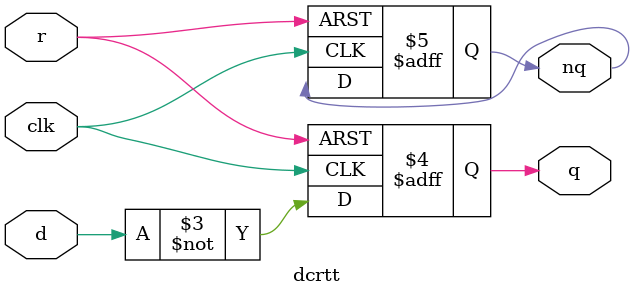
<source format=v>
module dcrtt(clk, d, r, q, nq);
    input       clk, d, r;
    output reg  q, nq;

    always@(posedge clk, posedge r)
        if(r == 1'b1) begin
            q <= 1'b0;
            nq <= 1'b1;
        end
        else begin
            q <= ~d;
            n1 <= d;
        end
endmodule
</source>
